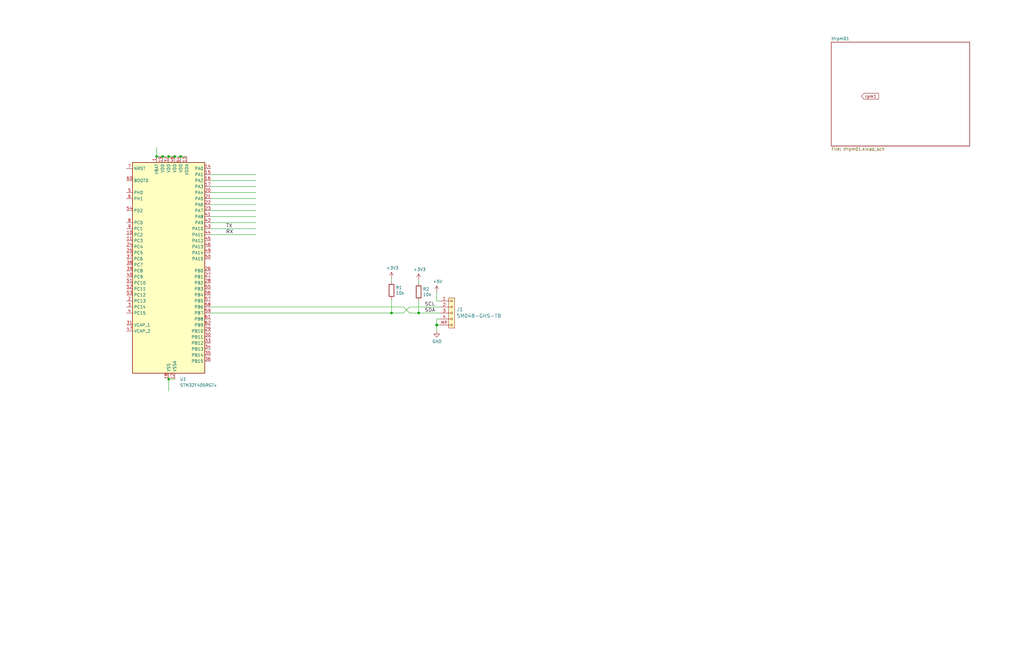
<source format=kicad_sch>
(kicad_sch
	(version 20231120)
	(generator "eeschema")
	(generator_version "8.0")
	(uuid "c8325de8-ac40-40ca-94be-86b187ac964f")
	(paper "User" 431.8 279.4)
	(lib_symbols
		(symbol "Device:R"
			(pin_numbers hide)
			(pin_names
				(offset 0)
			)
			(exclude_from_sim no)
			(in_bom yes)
			(on_board yes)
			(property "Reference" "R"
				(at 2.032 0 90)
				(effects
					(font
						(size 1.27 1.27)
					)
				)
			)
			(property "Value" "R"
				(at 0 0 90)
				(effects
					(font
						(size 1.27 1.27)
					)
				)
			)
			(property "Footprint" ""
				(at -1.778 0 90)
				(effects
					(font
						(size 1.27 1.27)
					)
					(hide yes)
				)
			)
			(property "Datasheet" "~"
				(at 0 0 0)
				(effects
					(font
						(size 1.27 1.27)
					)
					(hide yes)
				)
			)
			(property "Description" "Resistor"
				(at 0 0 0)
				(effects
					(font
						(size 1.27 1.27)
					)
					(hide yes)
				)
			)
			(property "ki_keywords" "R res resistor"
				(at 0 0 0)
				(effects
					(font
						(size 1.27 1.27)
					)
					(hide yes)
				)
			)
			(property "ki_fp_filters" "R_*"
				(at 0 0 0)
				(effects
					(font
						(size 1.27 1.27)
					)
					(hide yes)
				)
			)
			(symbol "R_0_1"
				(rectangle
					(start -1.016 -2.54)
					(end 1.016 2.54)
					(stroke
						(width 0.254)
						(type default)
					)
					(fill
						(type none)
					)
				)
			)
			(symbol "R_1_1"
				(pin passive line
					(at 0 3.81 270)
					(length 1.27)
					(name "~"
						(effects
							(font
								(size 1.27 1.27)
							)
						)
					)
					(number "1"
						(effects
							(font
								(size 1.27 1.27)
							)
						)
					)
				)
				(pin passive line
					(at 0 -3.81 90)
					(length 1.27)
					(name "~"
						(effects
							(font
								(size 1.27 1.27)
							)
						)
					)
					(number "2"
						(effects
							(font
								(size 1.27 1.27)
							)
						)
					)
				)
			)
		)
		(symbol "MCU_ST_STM32F4:STM32F405RGTx"
			(exclude_from_sim no)
			(in_bom yes)
			(on_board yes)
			(property "Reference" "U"
				(at -15.24 46.99 0)
				(effects
					(font
						(size 1.27 1.27)
					)
					(justify left)
				)
			)
			(property "Value" "STM32F405RGTx"
				(at 10.16 46.99 0)
				(effects
					(font
						(size 1.27 1.27)
					)
					(justify left)
				)
			)
			(property "Footprint" "Package_QFP:LQFP-64_10x10mm_P0.5mm"
				(at -15.24 -43.18 0)
				(effects
					(font
						(size 1.27 1.27)
					)
					(justify right)
					(hide yes)
				)
			)
			(property "Datasheet" "https://www.st.com/resource/en/datasheet/stm32f405rg.pdf"
				(at 0 0 0)
				(effects
					(font
						(size 1.27 1.27)
					)
					(hide yes)
				)
			)
			(property "Description" "STMicroelectronics Arm Cortex-M4 MCU, 1024KB flash, 192KB RAM, 168 MHz, 1.8-3.6V, 51 GPIO, LQFP64"
				(at 0 0 0)
				(effects
					(font
						(size 1.27 1.27)
					)
					(hide yes)
				)
			)
			(property "ki_locked" ""
				(at 0 0 0)
				(effects
					(font
						(size 1.27 1.27)
					)
				)
			)
			(property "ki_keywords" "Arm Cortex-M4 STM32F4 STM32F405/415"
				(at 0 0 0)
				(effects
					(font
						(size 1.27 1.27)
					)
					(hide yes)
				)
			)
			(property "ki_fp_filters" "LQFP*10x10mm*P0.5mm*"
				(at 0 0 0)
				(effects
					(font
						(size 1.27 1.27)
					)
					(hide yes)
				)
			)
			(symbol "STM32F405RGTx_0_1"
				(rectangle
					(start -15.24 -43.18)
					(end 15.24 45.72)
					(stroke
						(width 0.254)
						(type default)
					)
					(fill
						(type background)
					)
				)
			)
			(symbol "STM32F405RGTx_1_1"
				(pin power_in line
					(at -5.08 48.26 270)
					(length 2.54)
					(name "VBAT"
						(effects
							(font
								(size 1.27 1.27)
							)
						)
					)
					(number "1"
						(effects
							(font
								(size 1.27 1.27)
							)
						)
					)
				)
				(pin bidirectional line
					(at -17.78 15.24 0)
					(length 2.54)
					(name "PC2"
						(effects
							(font
								(size 1.27 1.27)
							)
						)
					)
					(number "10"
						(effects
							(font
								(size 1.27 1.27)
							)
						)
					)
					(alternate "ADC1_IN12" bidirectional line)
					(alternate "ADC2_IN12" bidirectional line)
					(alternate "ADC3_IN12" bidirectional line)
					(alternate "I2S2_ext_SD" bidirectional line)
					(alternate "SPI2_MISO" bidirectional line)
					(alternate "USB_OTG_HS_ULPI_DIR" bidirectional line)
				)
				(pin bidirectional line
					(at -17.78 12.7 0)
					(length 2.54)
					(name "PC3"
						(effects
							(font
								(size 1.27 1.27)
							)
						)
					)
					(number "11"
						(effects
							(font
								(size 1.27 1.27)
							)
						)
					)
					(alternate "ADC1_IN13" bidirectional line)
					(alternate "ADC2_IN13" bidirectional line)
					(alternate "ADC3_IN13" bidirectional line)
					(alternate "I2S2_SD" bidirectional line)
					(alternate "SPI2_MOSI" bidirectional line)
					(alternate "USB_OTG_HS_ULPI_NXT" bidirectional line)
				)
				(pin power_in line
					(at 2.54 -45.72 90)
					(length 2.54)
					(name "VSSA"
						(effects
							(font
								(size 1.27 1.27)
							)
						)
					)
					(number "12"
						(effects
							(font
								(size 1.27 1.27)
							)
						)
					)
				)
				(pin power_in line
					(at 7.62 48.26 270)
					(length 2.54)
					(name "VDDA"
						(effects
							(font
								(size 1.27 1.27)
							)
						)
					)
					(number "13"
						(effects
							(font
								(size 1.27 1.27)
							)
						)
					)
				)
				(pin bidirectional line
					(at 17.78 43.18 180)
					(length 2.54)
					(name "PA0"
						(effects
							(font
								(size 1.27 1.27)
							)
						)
					)
					(number "14"
						(effects
							(font
								(size 1.27 1.27)
							)
						)
					)
					(alternate "ADC1_IN0" bidirectional line)
					(alternate "ADC2_IN0" bidirectional line)
					(alternate "ADC3_IN0" bidirectional line)
					(alternate "SYS_WKUP" bidirectional line)
					(alternate "TIM2_CH1" bidirectional line)
					(alternate "TIM2_ETR" bidirectional line)
					(alternate "TIM5_CH1" bidirectional line)
					(alternate "TIM8_ETR" bidirectional line)
					(alternate "UART4_TX" bidirectional line)
					(alternate "USART2_CTS" bidirectional line)
				)
				(pin bidirectional line
					(at 17.78 40.64 180)
					(length 2.54)
					(name "PA1"
						(effects
							(font
								(size 1.27 1.27)
							)
						)
					)
					(number "15"
						(effects
							(font
								(size 1.27 1.27)
							)
						)
					)
					(alternate "ADC1_IN1" bidirectional line)
					(alternate "ADC2_IN1" bidirectional line)
					(alternate "ADC3_IN1" bidirectional line)
					(alternate "TIM2_CH2" bidirectional line)
					(alternate "TIM5_CH2" bidirectional line)
					(alternate "UART4_RX" bidirectional line)
					(alternate "USART2_RTS" bidirectional line)
				)
				(pin bidirectional line
					(at 17.78 38.1 180)
					(length 2.54)
					(name "PA2"
						(effects
							(font
								(size 1.27 1.27)
							)
						)
					)
					(number "16"
						(effects
							(font
								(size 1.27 1.27)
							)
						)
					)
					(alternate "ADC1_IN2" bidirectional line)
					(alternate "ADC2_IN2" bidirectional line)
					(alternate "ADC3_IN2" bidirectional line)
					(alternate "TIM2_CH3" bidirectional line)
					(alternate "TIM5_CH3" bidirectional line)
					(alternate "TIM9_CH1" bidirectional line)
					(alternate "USART2_TX" bidirectional line)
				)
				(pin bidirectional line
					(at 17.78 35.56 180)
					(length 2.54)
					(name "PA3"
						(effects
							(font
								(size 1.27 1.27)
							)
						)
					)
					(number "17"
						(effects
							(font
								(size 1.27 1.27)
							)
						)
					)
					(alternate "ADC1_IN3" bidirectional line)
					(alternate "ADC2_IN3" bidirectional line)
					(alternate "ADC3_IN3" bidirectional line)
					(alternate "TIM2_CH4" bidirectional line)
					(alternate "TIM5_CH4" bidirectional line)
					(alternate "TIM9_CH2" bidirectional line)
					(alternate "USART2_RX" bidirectional line)
					(alternate "USB_OTG_HS_ULPI_D0" bidirectional line)
				)
				(pin power_in line
					(at 0 -45.72 90)
					(length 2.54)
					(name "VSS"
						(effects
							(font
								(size 1.27 1.27)
							)
						)
					)
					(number "18"
						(effects
							(font
								(size 1.27 1.27)
							)
						)
					)
				)
				(pin power_in line
					(at -2.54 48.26 270)
					(length 2.54)
					(name "VDD"
						(effects
							(font
								(size 1.27 1.27)
							)
						)
					)
					(number "19"
						(effects
							(font
								(size 1.27 1.27)
							)
						)
					)
				)
				(pin bidirectional line
					(at -17.78 -12.7 0)
					(length 2.54)
					(name "PC13"
						(effects
							(font
								(size 1.27 1.27)
							)
						)
					)
					(number "2"
						(effects
							(font
								(size 1.27 1.27)
							)
						)
					)
					(alternate "RTC_AF1" bidirectional line)
				)
				(pin bidirectional line
					(at 17.78 33.02 180)
					(length 2.54)
					(name "PA4"
						(effects
							(font
								(size 1.27 1.27)
							)
						)
					)
					(number "20"
						(effects
							(font
								(size 1.27 1.27)
							)
						)
					)
					(alternate "ADC1_IN4" bidirectional line)
					(alternate "ADC2_IN4" bidirectional line)
					(alternate "DAC_OUT1" bidirectional line)
					(alternate "I2S3_WS" bidirectional line)
					(alternate "SPI1_NSS" bidirectional line)
					(alternate "SPI3_NSS" bidirectional line)
					(alternate "USART2_CK" bidirectional line)
					(alternate "USB_OTG_HS_SOF" bidirectional line)
				)
				(pin bidirectional line
					(at 17.78 30.48 180)
					(length 2.54)
					(name "PA5"
						(effects
							(font
								(size 1.27 1.27)
							)
						)
					)
					(number "21"
						(effects
							(font
								(size 1.27 1.27)
							)
						)
					)
					(alternate "ADC1_IN5" bidirectional line)
					(alternate "ADC2_IN5" bidirectional line)
					(alternate "DAC_OUT2" bidirectional line)
					(alternate "SPI1_SCK" bidirectional line)
					(alternate "TIM2_CH1" bidirectional line)
					(alternate "TIM2_ETR" bidirectional line)
					(alternate "TIM8_CH1N" bidirectional line)
					(alternate "USB_OTG_HS_ULPI_CK" bidirectional line)
				)
				(pin bidirectional line
					(at 17.78 27.94 180)
					(length 2.54)
					(name "PA6"
						(effects
							(font
								(size 1.27 1.27)
							)
						)
					)
					(number "22"
						(effects
							(font
								(size 1.27 1.27)
							)
						)
					)
					(alternate "ADC1_IN6" bidirectional line)
					(alternate "ADC2_IN6" bidirectional line)
					(alternate "SPI1_MISO" bidirectional line)
					(alternate "TIM13_CH1" bidirectional line)
					(alternate "TIM1_BKIN" bidirectional line)
					(alternate "TIM3_CH1" bidirectional line)
					(alternate "TIM8_BKIN" bidirectional line)
				)
				(pin bidirectional line
					(at 17.78 25.4 180)
					(length 2.54)
					(name "PA7"
						(effects
							(font
								(size 1.27 1.27)
							)
						)
					)
					(number "23"
						(effects
							(font
								(size 1.27 1.27)
							)
						)
					)
					(alternate "ADC1_IN7" bidirectional line)
					(alternate "ADC2_IN7" bidirectional line)
					(alternate "SPI1_MOSI" bidirectional line)
					(alternate "TIM14_CH1" bidirectional line)
					(alternate "TIM1_CH1N" bidirectional line)
					(alternate "TIM3_CH2" bidirectional line)
					(alternate "TIM8_CH1N" bidirectional line)
				)
				(pin bidirectional line
					(at -17.78 10.16 0)
					(length 2.54)
					(name "PC4"
						(effects
							(font
								(size 1.27 1.27)
							)
						)
					)
					(number "24"
						(effects
							(font
								(size 1.27 1.27)
							)
						)
					)
					(alternate "ADC1_IN14" bidirectional line)
					(alternate "ADC2_IN14" bidirectional line)
				)
				(pin bidirectional line
					(at -17.78 7.62 0)
					(length 2.54)
					(name "PC5"
						(effects
							(font
								(size 1.27 1.27)
							)
						)
					)
					(number "25"
						(effects
							(font
								(size 1.27 1.27)
							)
						)
					)
					(alternate "ADC1_IN15" bidirectional line)
					(alternate "ADC2_IN15" bidirectional line)
				)
				(pin bidirectional line
					(at 17.78 0 180)
					(length 2.54)
					(name "PB0"
						(effects
							(font
								(size 1.27 1.27)
							)
						)
					)
					(number "26"
						(effects
							(font
								(size 1.27 1.27)
							)
						)
					)
					(alternate "ADC1_IN8" bidirectional line)
					(alternate "ADC2_IN8" bidirectional line)
					(alternate "TIM1_CH2N" bidirectional line)
					(alternate "TIM3_CH3" bidirectional line)
					(alternate "TIM8_CH2N" bidirectional line)
					(alternate "USB_OTG_HS_ULPI_D1" bidirectional line)
				)
				(pin bidirectional line
					(at 17.78 -2.54 180)
					(length 2.54)
					(name "PB1"
						(effects
							(font
								(size 1.27 1.27)
							)
						)
					)
					(number "27"
						(effects
							(font
								(size 1.27 1.27)
							)
						)
					)
					(alternate "ADC1_IN9" bidirectional line)
					(alternate "ADC2_IN9" bidirectional line)
					(alternate "TIM1_CH3N" bidirectional line)
					(alternate "TIM3_CH4" bidirectional line)
					(alternate "TIM8_CH3N" bidirectional line)
					(alternate "USB_OTG_HS_ULPI_D2" bidirectional line)
				)
				(pin bidirectional line
					(at 17.78 -5.08 180)
					(length 2.54)
					(name "PB2"
						(effects
							(font
								(size 1.27 1.27)
							)
						)
					)
					(number "28"
						(effects
							(font
								(size 1.27 1.27)
							)
						)
					)
				)
				(pin bidirectional line
					(at 17.78 -25.4 180)
					(length 2.54)
					(name "PB10"
						(effects
							(font
								(size 1.27 1.27)
							)
						)
					)
					(number "29"
						(effects
							(font
								(size 1.27 1.27)
							)
						)
					)
					(alternate "I2C2_SCL" bidirectional line)
					(alternate "I2S2_CK" bidirectional line)
					(alternate "SPI2_SCK" bidirectional line)
					(alternate "TIM2_CH3" bidirectional line)
					(alternate "USART3_TX" bidirectional line)
					(alternate "USB_OTG_HS_ULPI_D3" bidirectional line)
				)
				(pin bidirectional line
					(at -17.78 -15.24 0)
					(length 2.54)
					(name "PC14"
						(effects
							(font
								(size 1.27 1.27)
							)
						)
					)
					(number "3"
						(effects
							(font
								(size 1.27 1.27)
							)
						)
					)
					(alternate "RCC_OSC32_IN" bidirectional line)
				)
				(pin bidirectional line
					(at 17.78 -27.94 180)
					(length 2.54)
					(name "PB11"
						(effects
							(font
								(size 1.27 1.27)
							)
						)
					)
					(number "30"
						(effects
							(font
								(size 1.27 1.27)
							)
						)
					)
					(alternate "ADC1_EXTI11" bidirectional line)
					(alternate "ADC2_EXTI11" bidirectional line)
					(alternate "ADC3_EXTI11" bidirectional line)
					(alternate "I2C2_SDA" bidirectional line)
					(alternate "TIM2_CH4" bidirectional line)
					(alternate "USART3_RX" bidirectional line)
					(alternate "USB_OTG_HS_ULPI_D4" bidirectional line)
				)
				(pin power_out line
					(at -17.78 -22.86 0)
					(length 2.54)
					(name "VCAP_1"
						(effects
							(font
								(size 1.27 1.27)
							)
						)
					)
					(number "31"
						(effects
							(font
								(size 1.27 1.27)
							)
						)
					)
				)
				(pin power_in line
					(at 0 48.26 270)
					(length 2.54)
					(name "VDD"
						(effects
							(font
								(size 1.27 1.27)
							)
						)
					)
					(number "32"
						(effects
							(font
								(size 1.27 1.27)
							)
						)
					)
				)
				(pin bidirectional line
					(at 17.78 -30.48 180)
					(length 2.54)
					(name "PB12"
						(effects
							(font
								(size 1.27 1.27)
							)
						)
					)
					(number "33"
						(effects
							(font
								(size 1.27 1.27)
							)
						)
					)
					(alternate "CAN2_RX" bidirectional line)
					(alternate "I2C2_SMBA" bidirectional line)
					(alternate "I2S2_WS" bidirectional line)
					(alternate "SPI2_NSS" bidirectional line)
					(alternate "TIM1_BKIN" bidirectional line)
					(alternate "USART3_CK" bidirectional line)
					(alternate "USB_OTG_HS_ID" bidirectional line)
					(alternate "USB_OTG_HS_ULPI_D5" bidirectional line)
				)
				(pin bidirectional line
					(at 17.78 -33.02 180)
					(length 2.54)
					(name "PB13"
						(effects
							(font
								(size 1.27 1.27)
							)
						)
					)
					(number "34"
						(effects
							(font
								(size 1.27 1.27)
							)
						)
					)
					(alternate "CAN2_TX" bidirectional line)
					(alternate "I2S2_CK" bidirectional line)
					(alternate "SPI2_SCK" bidirectional line)
					(alternate "TIM1_CH1N" bidirectional line)
					(alternate "USART3_CTS" bidirectional line)
					(alternate "USB_OTG_HS_ULPI_D6" bidirectional line)
					(alternate "USB_OTG_HS_VBUS" bidirectional line)
				)
				(pin bidirectional line
					(at 17.78 -35.56 180)
					(length 2.54)
					(name "PB14"
						(effects
							(font
								(size 1.27 1.27)
							)
						)
					)
					(number "35"
						(effects
							(font
								(size 1.27 1.27)
							)
						)
					)
					(alternate "I2S2_ext_SD" bidirectional line)
					(alternate "SPI2_MISO" bidirectional line)
					(alternate "TIM12_CH1" bidirectional line)
					(alternate "TIM1_CH2N" bidirectional line)
					(alternate "TIM8_CH2N" bidirectional line)
					(alternate "USART3_RTS" bidirectional line)
					(alternate "USB_OTG_HS_DM" bidirectional line)
				)
				(pin bidirectional line
					(at 17.78 -38.1 180)
					(length 2.54)
					(name "PB15"
						(effects
							(font
								(size 1.27 1.27)
							)
						)
					)
					(number "36"
						(effects
							(font
								(size 1.27 1.27)
							)
						)
					)
					(alternate "ADC1_EXTI15" bidirectional line)
					(alternate "ADC2_EXTI15" bidirectional line)
					(alternate "ADC3_EXTI15" bidirectional line)
					(alternate "I2S2_SD" bidirectional line)
					(alternate "RTC_REFIN" bidirectional line)
					(alternate "SPI2_MOSI" bidirectional line)
					(alternate "TIM12_CH2" bidirectional line)
					(alternate "TIM1_CH3N" bidirectional line)
					(alternate "TIM8_CH3N" bidirectional line)
					(alternate "USB_OTG_HS_DP" bidirectional line)
				)
				(pin bidirectional line
					(at -17.78 5.08 0)
					(length 2.54)
					(name "PC6"
						(effects
							(font
								(size 1.27 1.27)
							)
						)
					)
					(number "37"
						(effects
							(font
								(size 1.27 1.27)
							)
						)
					)
					(alternate "I2S2_MCK" bidirectional line)
					(alternate "SDIO_D6" bidirectional line)
					(alternate "TIM3_CH1" bidirectional line)
					(alternate "TIM8_CH1" bidirectional line)
					(alternate "USART6_TX" bidirectional line)
				)
				(pin bidirectional line
					(at -17.78 2.54 0)
					(length 2.54)
					(name "PC7"
						(effects
							(font
								(size 1.27 1.27)
							)
						)
					)
					(number "38"
						(effects
							(font
								(size 1.27 1.27)
							)
						)
					)
					(alternate "I2S3_MCK" bidirectional line)
					(alternate "SDIO_D7" bidirectional line)
					(alternate "TIM3_CH2" bidirectional line)
					(alternate "TIM8_CH2" bidirectional line)
					(alternate "USART6_RX" bidirectional line)
				)
				(pin bidirectional line
					(at -17.78 0 0)
					(length 2.54)
					(name "PC8"
						(effects
							(font
								(size 1.27 1.27)
							)
						)
					)
					(number "39"
						(effects
							(font
								(size 1.27 1.27)
							)
						)
					)
					(alternate "SDIO_D0" bidirectional line)
					(alternate "TIM3_CH3" bidirectional line)
					(alternate "TIM8_CH3" bidirectional line)
					(alternate "USART6_CK" bidirectional line)
				)
				(pin bidirectional line
					(at -17.78 -17.78 0)
					(length 2.54)
					(name "PC15"
						(effects
							(font
								(size 1.27 1.27)
							)
						)
					)
					(number "4"
						(effects
							(font
								(size 1.27 1.27)
							)
						)
					)
					(alternate "ADC1_EXTI15" bidirectional line)
					(alternate "ADC2_EXTI15" bidirectional line)
					(alternate "ADC3_EXTI15" bidirectional line)
					(alternate "RCC_OSC32_OUT" bidirectional line)
				)
				(pin bidirectional line
					(at -17.78 -2.54 0)
					(length 2.54)
					(name "PC9"
						(effects
							(font
								(size 1.27 1.27)
							)
						)
					)
					(number "40"
						(effects
							(font
								(size 1.27 1.27)
							)
						)
					)
					(alternate "DAC_EXTI9" bidirectional line)
					(alternate "I2C3_SDA" bidirectional line)
					(alternate "I2S_CKIN" bidirectional line)
					(alternate "RCC_MCO_2" bidirectional line)
					(alternate "SDIO_D1" bidirectional line)
					(alternate "TIM3_CH4" bidirectional line)
					(alternate "TIM8_CH4" bidirectional line)
				)
				(pin bidirectional line
					(at 17.78 22.86 180)
					(length 2.54)
					(name "PA8"
						(effects
							(font
								(size 1.27 1.27)
							)
						)
					)
					(number "41"
						(effects
							(font
								(size 1.27 1.27)
							)
						)
					)
					(alternate "I2C3_SCL" bidirectional line)
					(alternate "RCC_MCO_1" bidirectional line)
					(alternate "TIM1_CH1" bidirectional line)
					(alternate "USART1_CK" bidirectional line)
					(alternate "USB_OTG_FS_SOF" bidirectional line)
				)
				(pin bidirectional line
					(at 17.78 20.32 180)
					(length 2.54)
					(name "PA9"
						(effects
							(font
								(size 1.27 1.27)
							)
						)
					)
					(number "42"
						(effects
							(font
								(size 1.27 1.27)
							)
						)
					)
					(alternate "DAC_EXTI9" bidirectional line)
					(alternate "I2C3_SMBA" bidirectional line)
					(alternate "TIM1_CH2" bidirectional line)
					(alternate "USART1_TX" bidirectional line)
					(alternate "USB_OTG_FS_VBUS" bidirectional line)
				)
				(pin bidirectional line
					(at 17.78 17.78 180)
					(length 2.54)
					(name "PA10"
						(effects
							(font
								(size 1.27 1.27)
							)
						)
					)
					(number "43"
						(effects
							(font
								(size 1.27 1.27)
							)
						)
					)
					(alternate "TIM1_CH3" bidirectional line)
					(alternate "USART1_RX" bidirectional line)
					(alternate "USB_OTG_FS_ID" bidirectional line)
				)
				(pin bidirectional line
					(at 17.78 15.24 180)
					(length 2.54)
					(name "PA11"
						(effects
							(font
								(size 1.27 1.27)
							)
						)
					)
					(number "44"
						(effects
							(font
								(size 1.27 1.27)
							)
						)
					)
					(alternate "ADC1_EXTI11" bidirectional line)
					(alternate "ADC2_EXTI11" bidirectional line)
					(alternate "ADC3_EXTI11" bidirectional line)
					(alternate "CAN1_RX" bidirectional line)
					(alternate "TIM1_CH4" bidirectional line)
					(alternate "USART1_CTS" bidirectional line)
					(alternate "USB_OTG_FS_DM" bidirectional line)
				)
				(pin bidirectional line
					(at 17.78 12.7 180)
					(length 2.54)
					(name "PA12"
						(effects
							(font
								(size 1.27 1.27)
							)
						)
					)
					(number "45"
						(effects
							(font
								(size 1.27 1.27)
							)
						)
					)
					(alternate "CAN1_TX" bidirectional line)
					(alternate "TIM1_ETR" bidirectional line)
					(alternate "USART1_RTS" bidirectional line)
					(alternate "USB_OTG_FS_DP" bidirectional line)
				)
				(pin bidirectional line
					(at 17.78 10.16 180)
					(length 2.54)
					(name "PA13"
						(effects
							(font
								(size 1.27 1.27)
							)
						)
					)
					(number "46"
						(effects
							(font
								(size 1.27 1.27)
							)
						)
					)
					(alternate "SYS_JTMS-SWDIO" bidirectional line)
				)
				(pin power_out line
					(at -17.78 -25.4 0)
					(length 2.54)
					(name "VCAP_2"
						(effects
							(font
								(size 1.27 1.27)
							)
						)
					)
					(number "47"
						(effects
							(font
								(size 1.27 1.27)
							)
						)
					)
				)
				(pin power_in line
					(at 2.54 48.26 270)
					(length 2.54)
					(name "VDD"
						(effects
							(font
								(size 1.27 1.27)
							)
						)
					)
					(number "48"
						(effects
							(font
								(size 1.27 1.27)
							)
						)
					)
				)
				(pin bidirectional line
					(at 17.78 7.62 180)
					(length 2.54)
					(name "PA14"
						(effects
							(font
								(size 1.27 1.27)
							)
						)
					)
					(number "49"
						(effects
							(font
								(size 1.27 1.27)
							)
						)
					)
					(alternate "SYS_JTCK-SWCLK" bidirectional line)
				)
				(pin bidirectional line
					(at -17.78 33.02 0)
					(length 2.54)
					(name "PH0"
						(effects
							(font
								(size 1.27 1.27)
							)
						)
					)
					(number "5"
						(effects
							(font
								(size 1.27 1.27)
							)
						)
					)
					(alternate "RCC_OSC_IN" bidirectional line)
				)
				(pin bidirectional line
					(at 17.78 5.08 180)
					(length 2.54)
					(name "PA15"
						(effects
							(font
								(size 1.27 1.27)
							)
						)
					)
					(number "50"
						(effects
							(font
								(size 1.27 1.27)
							)
						)
					)
					(alternate "ADC1_EXTI15" bidirectional line)
					(alternate "ADC2_EXTI15" bidirectional line)
					(alternate "ADC3_EXTI15" bidirectional line)
					(alternate "I2S3_WS" bidirectional line)
					(alternate "SPI1_NSS" bidirectional line)
					(alternate "SPI3_NSS" bidirectional line)
					(alternate "SYS_JTDI" bidirectional line)
					(alternate "TIM2_CH1" bidirectional line)
					(alternate "TIM2_ETR" bidirectional line)
				)
				(pin bidirectional line
					(at -17.78 -5.08 0)
					(length 2.54)
					(name "PC10"
						(effects
							(font
								(size 1.27 1.27)
							)
						)
					)
					(number "51"
						(effects
							(font
								(size 1.27 1.27)
							)
						)
					)
					(alternate "I2S3_CK" bidirectional line)
					(alternate "SDIO_D2" bidirectional line)
					(alternate "SPI3_SCK" bidirectional line)
					(alternate "UART4_TX" bidirectional line)
					(alternate "USART3_TX" bidirectional line)
				)
				(pin bidirectional line
					(at -17.78 -7.62 0)
					(length 2.54)
					(name "PC11"
						(effects
							(font
								(size 1.27 1.27)
							)
						)
					)
					(number "52"
						(effects
							(font
								(size 1.27 1.27)
							)
						)
					)
					(alternate "ADC1_EXTI11" bidirectional line)
					(alternate "ADC2_EXTI11" bidirectional line)
					(alternate "ADC3_EXTI11" bidirectional line)
					(alternate "I2S3_ext_SD" bidirectional line)
					(alternate "SDIO_D3" bidirectional line)
					(alternate "SPI3_MISO" bidirectional line)
					(alternate "UART4_RX" bidirectional line)
					(alternate "USART3_RX" bidirectional line)
				)
				(pin bidirectional line
					(at -17.78 -10.16 0)
					(length 2.54)
					(name "PC12"
						(effects
							(font
								(size 1.27 1.27)
							)
						)
					)
					(number "53"
						(effects
							(font
								(size 1.27 1.27)
							)
						)
					)
					(alternate "I2S3_SD" bidirectional line)
					(alternate "SDIO_CK" bidirectional line)
					(alternate "SPI3_MOSI" bidirectional line)
					(alternate "UART5_TX" bidirectional line)
					(alternate "USART3_CK" bidirectional line)
				)
				(pin bidirectional line
					(at -17.78 25.4 0)
					(length 2.54)
					(name "PD2"
						(effects
							(font
								(size 1.27 1.27)
							)
						)
					)
					(number "54"
						(effects
							(font
								(size 1.27 1.27)
							)
						)
					)
					(alternate "SDIO_CMD" bidirectional line)
					(alternate "TIM3_ETR" bidirectional line)
					(alternate "UART5_RX" bidirectional line)
				)
				(pin bidirectional line
					(at 17.78 -7.62 180)
					(length 2.54)
					(name "PB3"
						(effects
							(font
								(size 1.27 1.27)
							)
						)
					)
					(number "55"
						(effects
							(font
								(size 1.27 1.27)
							)
						)
					)
					(alternate "I2S3_CK" bidirectional line)
					(alternate "SPI1_SCK" bidirectional line)
					(alternate "SPI3_SCK" bidirectional line)
					(alternate "SYS_JTDO-SWO" bidirectional line)
					(alternate "TIM2_CH2" bidirectional line)
				)
				(pin bidirectional line
					(at 17.78 -10.16 180)
					(length 2.54)
					(name "PB4"
						(effects
							(font
								(size 1.27 1.27)
							)
						)
					)
					(number "56"
						(effects
							(font
								(size 1.27 1.27)
							)
						)
					)
					(alternate "I2S3_ext_SD" bidirectional line)
					(alternate "SPI1_MISO" bidirectional line)
					(alternate "SPI3_MISO" bidirectional line)
					(alternate "SYS_JTRST" bidirectional line)
					(alternate "TIM3_CH1" bidirectional line)
				)
				(pin bidirectional line
					(at 17.78 -12.7 180)
					(length 2.54)
					(name "PB5"
						(effects
							(font
								(size 1.27 1.27)
							)
						)
					)
					(number "57"
						(effects
							(font
								(size 1.27 1.27)
							)
						)
					)
					(alternate "CAN2_RX" bidirectional line)
					(alternate "I2C1_SMBA" bidirectional line)
					(alternate "I2S3_SD" bidirectional line)
					(alternate "SPI1_MOSI" bidirectional line)
					(alternate "SPI3_MOSI" bidirectional line)
					(alternate "TIM3_CH2" bidirectional line)
					(alternate "USB_OTG_HS_ULPI_D7" bidirectional line)
				)
				(pin bidirectional line
					(at 17.78 -15.24 180)
					(length 2.54)
					(name "PB6"
						(effects
							(font
								(size 1.27 1.27)
							)
						)
					)
					(number "58"
						(effects
							(font
								(size 1.27 1.27)
							)
						)
					)
					(alternate "CAN2_TX" bidirectional line)
					(alternate "I2C1_SCL" bidirectional line)
					(alternate "TIM4_CH1" bidirectional line)
					(alternate "USART1_TX" bidirectional line)
				)
				(pin bidirectional line
					(at 17.78 -17.78 180)
					(length 2.54)
					(name "PB7"
						(effects
							(font
								(size 1.27 1.27)
							)
						)
					)
					(number "59"
						(effects
							(font
								(size 1.27 1.27)
							)
						)
					)
					(alternate "I2C1_SDA" bidirectional line)
					(alternate "TIM4_CH2" bidirectional line)
					(alternate "USART1_RX" bidirectional line)
				)
				(pin bidirectional line
					(at -17.78 30.48 0)
					(length 2.54)
					(name "PH1"
						(effects
							(font
								(size 1.27 1.27)
							)
						)
					)
					(number "6"
						(effects
							(font
								(size 1.27 1.27)
							)
						)
					)
					(alternate "RCC_OSC_OUT" bidirectional line)
				)
				(pin input line
					(at -17.78 38.1 0)
					(length 2.54)
					(name "BOOT0"
						(effects
							(font
								(size 1.27 1.27)
							)
						)
					)
					(number "60"
						(effects
							(font
								(size 1.27 1.27)
							)
						)
					)
				)
				(pin bidirectional line
					(at 17.78 -20.32 180)
					(length 2.54)
					(name "PB8"
						(effects
							(font
								(size 1.27 1.27)
							)
						)
					)
					(number "61"
						(effects
							(font
								(size 1.27 1.27)
							)
						)
					)
					(alternate "CAN1_RX" bidirectional line)
					(alternate "I2C1_SCL" bidirectional line)
					(alternate "SDIO_D4" bidirectional line)
					(alternate "TIM10_CH1" bidirectional line)
					(alternate "TIM4_CH3" bidirectional line)
				)
				(pin bidirectional line
					(at 17.78 -22.86 180)
					(length 2.54)
					(name "PB9"
						(effects
							(font
								(size 1.27 1.27)
							)
						)
					)
					(number "62"
						(effects
							(font
								(size 1.27 1.27)
							)
						)
					)
					(alternate "CAN1_TX" bidirectional line)
					(alternate "DAC_EXTI9" bidirectional line)
					(alternate "I2C1_SDA" bidirectional line)
					(alternate "I2S2_WS" bidirectional line)
					(alternate "SDIO_D5" bidirectional line)
					(alternate "SPI2_NSS" bidirectional line)
					(alternate "TIM11_CH1" bidirectional line)
					(alternate "TIM4_CH4" bidirectional line)
				)
				(pin passive line
					(at 0 -45.72 90)
					(length 2.54) hide
					(name "VSS"
						(effects
							(font
								(size 1.27 1.27)
							)
						)
					)
					(number "63"
						(effects
							(font
								(size 1.27 1.27)
							)
						)
					)
				)
				(pin power_in line
					(at 5.08 48.26 270)
					(length 2.54)
					(name "VDD"
						(effects
							(font
								(size 1.27 1.27)
							)
						)
					)
					(number "64"
						(effects
							(font
								(size 1.27 1.27)
							)
						)
					)
				)
				(pin input line
					(at -17.78 43.18 0)
					(length 2.54)
					(name "NRST"
						(effects
							(font
								(size 1.27 1.27)
							)
						)
					)
					(number "7"
						(effects
							(font
								(size 1.27 1.27)
							)
						)
					)
				)
				(pin bidirectional line
					(at -17.78 20.32 0)
					(length 2.54)
					(name "PC0"
						(effects
							(font
								(size 1.27 1.27)
							)
						)
					)
					(number "8"
						(effects
							(font
								(size 1.27 1.27)
							)
						)
					)
					(alternate "ADC1_IN10" bidirectional line)
					(alternate "ADC2_IN10" bidirectional line)
					(alternate "ADC3_IN10" bidirectional line)
					(alternate "USB_OTG_HS_ULPI_STP" bidirectional line)
				)
				(pin bidirectional line
					(at -17.78 17.78 0)
					(length 2.54)
					(name "PC1"
						(effects
							(font
								(size 1.27 1.27)
							)
						)
					)
					(number "9"
						(effects
							(font
								(size 1.27 1.27)
							)
						)
					)
					(alternate "ADC1_IN11" bidirectional line)
					(alternate "ADC2_IN11" bidirectional line)
					(alternate "ADC3_IN11" bidirectional line)
				)
			)
		)
		(symbol "MLAB_CONNECTORS_JST:SM04B-GHS-TB"
			(pin_names
				(offset 1.016)
			)
			(exclude_from_sim no)
			(in_bom yes)
			(on_board yes)
			(property "Reference" "J"
				(at 0 -7.62 0)
				(effects
					(font
						(size 1.524 1.524)
					)
				)
			)
			(property "Value" "SM04B-GHS-TB"
				(at 0 7.62 0)
				(effects
					(font
						(size 1.524 1.524)
					)
				)
			)
			(property "Footprint" "Connector_JST:JST_GH_SM04B-GHS-TB_1x04-1MP_P1.25mm_Horizontal"
				(at 0 5.08 0)
				(effects
					(font
						(size 1.524 1.524)
					)
					(hide yes)
				)
			)
			(property "Datasheet" ""
				(at 0 5.08 0)
				(effects
					(font
						(size 1.524 1.524)
					)
				)
			)
			(property "Description" ""
				(at 0 0 0)
				(effects
					(font
						(size 1.27 1.27)
					)
					(hide yes)
				)
			)
			(symbol "SM04B-GHS-TB_0_1"
				(rectangle
					(start -1.27 6.35)
					(end 1.27 -6.35)
					(stroke
						(width 0)
						(type default)
					)
					(fill
						(type background)
					)
				)
				(circle
					(center 0 -5.08)
					(radius 0.381)
					(stroke
						(width 0)
						(type default)
					)
					(fill
						(type none)
					)
				)
				(circle
					(center 0 -2.54)
					(radius 0.381)
					(stroke
						(width 0)
						(type default)
					)
					(fill
						(type none)
					)
				)
				(polyline
					(pts
						(xy -1.27 -5.08) (xy -0.381 -5.08)
					)
					(stroke
						(width 0)
						(type default)
					)
					(fill
						(type none)
					)
				)
				(polyline
					(pts
						(xy -1.27 -2.54) (xy -0.381 -2.54)
					)
					(stroke
						(width 0)
						(type default)
					)
					(fill
						(type none)
					)
				)
				(polyline
					(pts
						(xy -1.27 0) (xy -0.381 0)
					)
					(stroke
						(width 0)
						(type default)
					)
					(fill
						(type none)
					)
				)
				(polyline
					(pts
						(xy -1.27 2.54) (xy -0.381 2.54)
					)
					(stroke
						(width 0)
						(type default)
					)
					(fill
						(type none)
					)
				)
				(polyline
					(pts
						(xy -1.27 5.08) (xy -0.381 5.08)
					)
					(stroke
						(width 0)
						(type default)
					)
					(fill
						(type none)
					)
				)
				(circle
					(center 0 0)
					(radius 0.381)
					(stroke
						(width 0)
						(type default)
					)
					(fill
						(type none)
					)
				)
				(circle
					(center 0 2.54)
					(radius 0.381)
					(stroke
						(width 0)
						(type default)
					)
					(fill
						(type none)
					)
				)
				(circle
					(center 0 5.08)
					(radius 0.381)
					(stroke
						(width 0)
						(type default)
					)
					(fill
						(type none)
					)
				)
			)
			(symbol "SM04B-GHS-TB_1_1"
				(pin input line
					(at -5.08 5.08 0)
					(length 3.81)
					(name "~"
						(effects
							(font
								(size 1.27 1.27)
							)
						)
					)
					(number "1"
						(effects
							(font
								(size 1.27 1.27)
							)
						)
					)
				)
				(pin input line
					(at -5.08 2.54 0)
					(length 3.81)
					(name "~"
						(effects
							(font
								(size 1.27 1.27)
							)
						)
					)
					(number "2"
						(effects
							(font
								(size 1.27 1.27)
							)
						)
					)
				)
				(pin input line
					(at -5.08 0 0)
					(length 3.81)
					(name "~"
						(effects
							(font
								(size 1.27 1.27)
							)
						)
					)
					(number "3"
						(effects
							(font
								(size 1.27 1.27)
							)
						)
					)
				)
				(pin input line
					(at -5.08 -2.54 0)
					(length 3.81)
					(name "~"
						(effects
							(font
								(size 1.27 1.27)
							)
						)
					)
					(number "4"
						(effects
							(font
								(size 1.27 1.27)
							)
						)
					)
				)
				(pin input line
					(at -5.08 -5.08 0)
					(length 3.81)
					(name "~"
						(effects
							(font
								(size 1.27 1.27)
							)
						)
					)
					(number "MP"
						(effects
							(font
								(size 1.27 1.27)
							)
						)
					)
				)
			)
		)
		(symbol "power:+3V3"
			(power)
			(pin_numbers hide)
			(pin_names
				(offset 0) hide)
			(exclude_from_sim no)
			(in_bom yes)
			(on_board yes)
			(property "Reference" "#PWR"
				(at 0 -3.81 0)
				(effects
					(font
						(size 1.27 1.27)
					)
					(hide yes)
				)
			)
			(property "Value" "+3V3"
				(at 0 3.556 0)
				(effects
					(font
						(size 1.27 1.27)
					)
				)
			)
			(property "Footprint" ""
				(at 0 0 0)
				(effects
					(font
						(size 1.27 1.27)
					)
					(hide yes)
				)
			)
			(property "Datasheet" ""
				(at 0 0 0)
				(effects
					(font
						(size 1.27 1.27)
					)
					(hide yes)
				)
			)
			(property "Description" "Power symbol creates a global label with name \"+3V3\""
				(at 0 0 0)
				(effects
					(font
						(size 1.27 1.27)
					)
					(hide yes)
				)
			)
			(property "ki_keywords" "global power"
				(at 0 0 0)
				(effects
					(font
						(size 1.27 1.27)
					)
					(hide yes)
				)
			)
			(symbol "+3V3_0_1"
				(polyline
					(pts
						(xy -0.762 1.27) (xy 0 2.54)
					)
					(stroke
						(width 0)
						(type default)
					)
					(fill
						(type none)
					)
				)
				(polyline
					(pts
						(xy 0 0) (xy 0 2.54)
					)
					(stroke
						(width 0)
						(type default)
					)
					(fill
						(type none)
					)
				)
				(polyline
					(pts
						(xy 0 2.54) (xy 0.762 1.27)
					)
					(stroke
						(width 0)
						(type default)
					)
					(fill
						(type none)
					)
				)
			)
			(symbol "+3V3_1_1"
				(pin power_in line
					(at 0 0 90)
					(length 0)
					(name "~"
						(effects
							(font
								(size 1.27 1.27)
							)
						)
					)
					(number "1"
						(effects
							(font
								(size 1.27 1.27)
							)
						)
					)
				)
			)
		)
		(symbol "power:+5V"
			(power)
			(pin_numbers hide)
			(pin_names
				(offset 0) hide)
			(exclude_from_sim no)
			(in_bom yes)
			(on_board yes)
			(property "Reference" "#PWR"
				(at 0 -3.81 0)
				(effects
					(font
						(size 1.27 1.27)
					)
					(hide yes)
				)
			)
			(property "Value" "+5V"
				(at 0 3.556 0)
				(effects
					(font
						(size 1.27 1.27)
					)
				)
			)
			(property "Footprint" ""
				(at 0 0 0)
				(effects
					(font
						(size 1.27 1.27)
					)
					(hide yes)
				)
			)
			(property "Datasheet" ""
				(at 0 0 0)
				(effects
					(font
						(size 1.27 1.27)
					)
					(hide yes)
				)
			)
			(property "Description" "Power symbol creates a global label with name \"+5V\""
				(at 0 0 0)
				(effects
					(font
						(size 1.27 1.27)
					)
					(hide yes)
				)
			)
			(property "ki_keywords" "global power"
				(at 0 0 0)
				(effects
					(font
						(size 1.27 1.27)
					)
					(hide yes)
				)
			)
			(symbol "+5V_0_1"
				(polyline
					(pts
						(xy -0.762 1.27) (xy 0 2.54)
					)
					(stroke
						(width 0)
						(type default)
					)
					(fill
						(type none)
					)
				)
				(polyline
					(pts
						(xy 0 0) (xy 0 2.54)
					)
					(stroke
						(width 0)
						(type default)
					)
					(fill
						(type none)
					)
				)
				(polyline
					(pts
						(xy 0 2.54) (xy 0.762 1.27)
					)
					(stroke
						(width 0)
						(type default)
					)
					(fill
						(type none)
					)
				)
			)
			(symbol "+5V_1_1"
				(pin power_in line
					(at 0 0 90)
					(length 0)
					(name "~"
						(effects
							(font
								(size 1.27 1.27)
							)
						)
					)
					(number "1"
						(effects
							(font
								(size 1.27 1.27)
							)
						)
					)
				)
			)
		)
		(symbol "power:GND"
			(power)
			(pin_numbers hide)
			(pin_names
				(offset 0) hide)
			(exclude_from_sim no)
			(in_bom yes)
			(on_board yes)
			(property "Reference" "#PWR"
				(at 0 -6.35 0)
				(effects
					(font
						(size 1.27 1.27)
					)
					(hide yes)
				)
			)
			(property "Value" "GND"
				(at 0 -3.81 0)
				(effects
					(font
						(size 1.27 1.27)
					)
				)
			)
			(property "Footprint" ""
				(at 0 0 0)
				(effects
					(font
						(size 1.27 1.27)
					)
					(hide yes)
				)
			)
			(property "Datasheet" ""
				(at 0 0 0)
				(effects
					(font
						(size 1.27 1.27)
					)
					(hide yes)
				)
			)
			(property "Description" "Power symbol creates a global label with name \"GND\" , ground"
				(at 0 0 0)
				(effects
					(font
						(size 1.27 1.27)
					)
					(hide yes)
				)
			)
			(property "ki_keywords" "global power"
				(at 0 0 0)
				(effects
					(font
						(size 1.27 1.27)
					)
					(hide yes)
				)
			)
			(symbol "GND_0_1"
				(polyline
					(pts
						(xy 0 0) (xy 0 -1.27) (xy 1.27 -1.27) (xy 0 -2.54) (xy -1.27 -1.27) (xy 0 -1.27)
					)
					(stroke
						(width 0)
						(type default)
					)
					(fill
						(type none)
					)
				)
			)
			(symbol "GND_1_1"
				(pin power_in line
					(at 0 0 270)
					(length 0)
					(name "~"
						(effects
							(font
								(size 1.27 1.27)
							)
						)
					)
					(number "1"
						(effects
							(font
								(size 1.27 1.27)
							)
						)
					)
				)
			)
		)
	)
	(junction
		(at 184.15 137.16)
		(diameter 1.016)
		(color 0 0 0 0)
		(uuid "5a482a0c-fd57-41d4-9ebf-43fad054d311")
	)
	(junction
		(at 71.12 160.02)
		(diameter 0)
		(color 0 0 0 0)
		(uuid "5a98d31e-8b03-4d98-9381-e2746d11da0c")
	)
	(junction
		(at 176.53 132.08)
		(diameter 0)
		(color 0 0 0 0)
		(uuid "67df8401-305d-4b85-980d-ef36de65c790")
	)
	(junction
		(at 73.66 66.04)
		(diameter 0)
		(color 0 0 0 0)
		(uuid "7fd8dcfa-2b53-466e-8e8a-ab9c793ca332")
	)
	(junction
		(at 165.1 132.08)
		(diameter 0)
		(color 0 0 0 0)
		(uuid "a2512f53-75b4-48c9-a65f-c146eedb29ef")
	)
	(junction
		(at 68.58 66.04)
		(diameter 0)
		(color 0 0 0 0)
		(uuid "a46feb00-ea25-4224-b76b-bd76b5e8889c")
	)
	(junction
		(at 66.04 66.04)
		(diameter 0)
		(color 0 0 0 0)
		(uuid "b5016a16-6c96-4d3f-89d7-479bad7539d3")
	)
	(junction
		(at 76.2 66.04)
		(diameter 0)
		(color 0 0 0 0)
		(uuid "d22efdd6-3d35-44b5-bed2-a06b7efb8e2a")
	)
	(junction
		(at 71.12 66.04)
		(diameter 0)
		(color 0 0 0 0)
		(uuid "f01fd36c-2672-46cf-85e7-4567569d4140")
	)
	(wire
		(pts
			(xy 170.18 129.54) (xy 172.72 132.08)
		)
		(stroke
			(width 0)
			(type default)
		)
		(uuid "0ed0499e-4d22-46cd-9bde-e805df2f1dab")
	)
	(wire
		(pts
			(xy 88.9 73.66) (xy 107.95 73.66)
		)
		(stroke
			(width 0)
			(type default)
		)
		(uuid "23f0836c-bafd-4ef9-b7dc-8a420d9588c3")
	)
	(wire
		(pts
			(xy 88.9 86.36) (xy 107.95 86.36)
		)
		(stroke
			(width 0)
			(type default)
		)
		(uuid "278bf08a-26fa-4ef8-89ec-deedeababd94")
	)
	(wire
		(pts
			(xy 176.53 127) (xy 176.53 132.08)
		)
		(stroke
			(width 0)
			(type solid)
		)
		(uuid "34aa6868-b31b-4a50-ad0b-41fabbeb7a22")
	)
	(wire
		(pts
			(xy 71.12 160.02) (xy 73.66 160.02)
		)
		(stroke
			(width 0)
			(type default)
		)
		(uuid "3e41fb55-bef0-4355-b41e-172b57b1ee34")
	)
	(wire
		(pts
			(xy 88.9 78.74) (xy 107.95 78.74)
		)
		(stroke
			(width 0)
			(type default)
		)
		(uuid "42eafddc-eedd-40bb-a362-024326430a19")
	)
	(wire
		(pts
			(xy 165.1 126.365) (xy 165.1 132.08)
		)
		(stroke
			(width 0)
			(type solid)
		)
		(uuid "44811b35-73f3-454a-abb5-ce4550d304cb")
	)
	(wire
		(pts
			(xy 185.42 134.62) (xy 184.15 134.62)
		)
		(stroke
			(width 0)
			(type solid)
		)
		(uuid "4ba023ab-b54e-45fe-8d25-6ccd47a7974f")
	)
	(wire
		(pts
			(xy 172.72 129.54) (xy 185.42 129.54)
		)
		(stroke
			(width 0)
			(type solid)
		)
		(uuid "5086d466-cde3-411c-933e-5a67a2d2d91f")
	)
	(wire
		(pts
			(xy 88.9 96.52) (xy 107.95 96.52)
		)
		(stroke
			(width 0)
			(type default)
		)
		(uuid "53a8a460-cd2c-49ec-8de3-058c98a0c0b0")
	)
	(wire
		(pts
			(xy 88.9 93.98) (xy 107.95 93.98)
		)
		(stroke
			(width 0)
			(type default)
		)
		(uuid "68d717c8-1f30-4f90-a8b1-046ce4dd08f5")
	)
	(wire
		(pts
			(xy 88.9 91.44) (xy 107.95 91.44)
		)
		(stroke
			(width 0)
			(type default)
		)
		(uuid "6b356e09-09b7-4a39-9402-3f0c62248d03")
	)
	(wire
		(pts
			(xy 71.12 160.02) (xy 71.12 165.1)
		)
		(stroke
			(width 0)
			(type default)
		)
		(uuid "6de95f0a-c0cc-48af-a07f-12b0d8e6f6ba")
	)
	(wire
		(pts
			(xy 66.04 66.04) (xy 68.58 66.04)
		)
		(stroke
			(width 0)
			(type default)
		)
		(uuid "73ca9b60-e432-459b-aaa5-bc21728c0752")
	)
	(wire
		(pts
			(xy 88.9 83.82) (xy 107.95 83.82)
		)
		(stroke
			(width 0)
			(type default)
		)
		(uuid "743406de-e388-4c8a-a7eb-47fb0195b5a0")
	)
	(wire
		(pts
			(xy 176.53 118.11) (xy 176.53 119.38)
		)
		(stroke
			(width 0)
			(type solid)
		)
		(uuid "7543ef97-7377-493f-8917-a0ba3c6e0b20")
	)
	(wire
		(pts
			(xy 88.9 99.06) (xy 107.95 99.06)
		)
		(stroke
			(width 0)
			(type default)
		)
		(uuid "791659d4-bea0-4ab9-909c-b639c9e7e8b8")
	)
	(wire
		(pts
			(xy 184.15 127) (xy 185.42 127)
		)
		(stroke
			(width 0)
			(type solid)
		)
		(uuid "7b178561-dd71-4d55-9927-3d2125b85631")
	)
	(wire
		(pts
			(xy 68.58 66.04) (xy 71.12 66.04)
		)
		(stroke
			(width 0)
			(type default)
		)
		(uuid "7c7dc7df-6b9b-4bfe-b3ea-1cf8bd2b0b46")
	)
	(wire
		(pts
			(xy 88.9 76.2) (xy 107.95 76.2)
		)
		(stroke
			(width 0)
			(type default)
		)
		(uuid "843204b7-140b-4bf3-9196-f30715cc07b0")
	)
	(wire
		(pts
			(xy 88.9 129.54) (xy 170.18 129.54)
		)
		(stroke
			(width 0)
			(type default)
		)
		(uuid "8b94d37c-08d4-4f24-85af-24af5607835d")
	)
	(wire
		(pts
			(xy 73.66 66.04) (xy 76.2 66.04)
		)
		(stroke
			(width 0)
			(type default)
		)
		(uuid "92447e96-ba25-429a-8e86-3b9bcab87aee")
	)
	(wire
		(pts
			(xy 184.15 123.19) (xy 184.15 127)
		)
		(stroke
			(width 0)
			(type solid)
		)
		(uuid "97781e6d-cbbf-4493-bc9f-bc9355197f8e")
	)
	(wire
		(pts
			(xy 184.15 134.62) (xy 184.15 137.16)
		)
		(stroke
			(width 0)
			(type solid)
		)
		(uuid "985c2da9-f115-400b-b07a-c6811c56ff00")
	)
	(wire
		(pts
			(xy 76.2 66.04) (xy 78.74 66.04)
		)
		(stroke
			(width 0)
			(type default)
		)
		(uuid "9c9049e0-c698-4df2-b9dc-a7f8f67de043")
	)
	(wire
		(pts
			(xy 88.9 81.28) (xy 107.95 81.28)
		)
		(stroke
			(width 0)
			(type default)
		)
		(uuid "9cef20e3-3cc8-4fbb-914c-1b5cfe734b12")
	)
	(wire
		(pts
			(xy 88.9 88.9) (xy 107.95 88.9)
		)
		(stroke
			(width 0)
			(type default)
		)
		(uuid "a08dd54a-92ba-4a43-b8da-debd15fc7715")
	)
	(wire
		(pts
			(xy 172.72 132.08) (xy 176.53 132.08)
		)
		(stroke
			(width 0)
			(type default)
		)
		(uuid "a5f3d6dc-4c01-4bd0-91d2-e892a37c6d0d")
	)
	(wire
		(pts
			(xy 66.04 62.23) (xy 66.04 66.04)
		)
		(stroke
			(width 0)
			(type default)
		)
		(uuid "aec2cb5c-f361-480c-b329-85b26b38fec0")
	)
	(wire
		(pts
			(xy 176.53 132.08) (xy 185.42 132.08)
		)
		(stroke
			(width 0)
			(type solid)
		)
		(uuid "b6f2f839-db9a-44ab-94a5-4438706c2dae")
	)
	(wire
		(pts
			(xy 165.1 117.475) (xy 165.1 118.745)
		)
		(stroke
			(width 0)
			(type solid)
		)
		(uuid "bbd53f81-e0f2-4061-bd97-c11ad1a2e829")
	)
	(wire
		(pts
			(xy 185.42 137.16) (xy 184.15 137.16)
		)
		(stroke
			(width 0)
			(type solid)
		)
		(uuid "bf5f98f0-ec18-4d85-a545-f3a0014e3c7a")
	)
	(wire
		(pts
			(xy 71.12 66.04) (xy 73.66 66.04)
		)
		(stroke
			(width 0)
			(type default)
		)
		(uuid "c1eff61e-44cb-42bb-80b9-cd3d70c3793b")
	)
	(wire
		(pts
			(xy 184.15 137.16) (xy 184.15 139.7)
		)
		(stroke
			(width 0)
			(type solid)
		)
		(uuid "c2cf6377-41a3-4845-991a-30be1dda0f6d")
	)
	(wire
		(pts
			(xy 172.72 129.54) (xy 170.18 132.08)
		)
		(stroke
			(width 0)
			(type solid)
		)
		(uuid "c6279369-9cf7-4ac6-b41a-fe90ada2aaf0")
	)
	(wire
		(pts
			(xy 165.1 132.08) (xy 170.18 132.08)
		)
		(stroke
			(width 0)
			(type solid)
		)
		(uuid "e141531b-585c-412a-876d-71e67b678dc9")
	)
	(wire
		(pts
			(xy 88.9 132.08) (xy 165.1 132.08)
		)
		(stroke
			(width 0)
			(type solid)
		)
		(uuid "f2e1dd2f-29b1-4e1d-9e7b-f4a9276ff622")
	)
	(label "SCL"
		(at 179.07 129.54 0)
		(fields_autoplaced yes)
		(effects
			(font
				(size 1.524 1.524)
			)
			(justify left bottom)
		)
		(uuid "195dadb7-f3f6-4d5f-8812-2b5d02dd53fe")
	)
	(label "RX"
		(at 95.25 99.06 0)
		(fields_autoplaced yes)
		(effects
			(font
				(size 1.524 1.524)
			)
			(justify left bottom)
		)
		(uuid "2dbba689-8b5a-4d94-bd2d-72c5b4c083ab")
	)
	(label "SDA"
		(at 179.07 132.08 0)
		(fields_autoplaced yes)
		(effects
			(font
				(size 1.524 1.524)
			)
			(justify left bottom)
		)
		(uuid "6b8c5e03-c8e6-4385-a928-10c9a27d3bf6")
	)
	(label "TX"
		(at 95.25 96.52 0)
		(fields_autoplaced yes)
		(effects
			(font
				(size 1.524 1.524)
			)
			(justify left bottom)
		)
		(uuid "9ad6dbdd-8d20-4ca3-bddd-243e9d78e17c")
	)
	(global_label "rpm1"
		(shape input)
		(at 363.22 40.64 0)
		(fields_autoplaced yes)
		(effects
			(font
				(size 1.27 1.27)
			)
			(justify left)
		)
		(uuid "ecb4a12a-33aa-46ea-b5b7-14666e115ae6")
		(property "Intersheetrefs" "${INTERSHEET_REFS}"
			(at 371.0432 40.64 0)
			(effects
				(font
					(size 1.27 1.27)
				)
				(justify left)
				(hide yes)
			)
		)
	)
	(symbol
		(lib_id "power:GND")
		(at 184.15 139.7 0)
		(unit 1)
		(exclude_from_sim no)
		(in_bom yes)
		(on_board yes)
		(dnp no)
		(uuid "0349a7ee-a9f5-44cc-aa14-f632092163f6")
		(property "Reference" "#PWR05"
			(at 184.15 146.05 0)
			(effects
				(font
					(size 1.27 1.27)
				)
				(hide yes)
			)
		)
		(property "Value" "GND"
			(at 184.277 144.0942 0)
			(effects
				(font
					(size 1.27 1.27)
				)
			)
		)
		(property "Footprint" ""
			(at 184.15 139.7 0)
			(effects
				(font
					(size 1.27 1.27)
				)
				(hide yes)
			)
		)
		(property "Datasheet" ""
			(at 184.15 139.7 0)
			(effects
				(font
					(size 1.27 1.27)
				)
				(hide yes)
			)
		)
		(property "Description" "Power symbol creates a global label with name \"GND\" , ground"
			(at 184.15 139.7 0)
			(effects
				(font
					(size 1.27 1.27)
				)
				(hide yes)
			)
		)
		(pin "1"
			(uuid "6eb98b4a-0706-4369-b903-9847b78734eb")
		)
		(instances
			(project "ad_board"
				(path "/c8325de8-ac40-40ca-94be-86b187ac964f"
					(reference "#PWR05")
					(unit 1)
				)
			)
		)
	)
	(symbol
		(lib_id "power:+3V3")
		(at 176.53 118.11 0)
		(unit 1)
		(exclude_from_sim no)
		(in_bom yes)
		(on_board yes)
		(dnp no)
		(uuid "229e3c07-3d81-44c4-b854-03f4040c40b0")
		(property "Reference" "#PWR03"
			(at 176.53 121.92 0)
			(effects
				(font
					(size 1.27 1.27)
				)
				(hide yes)
			)
		)
		(property "Value" "+3V3"
			(at 176.911 113.7158 0)
			(effects
				(font
					(size 1.27 1.27)
				)
			)
		)
		(property "Footprint" ""
			(at 176.53 118.11 0)
			(effects
				(font
					(size 1.27 1.27)
				)
				(hide yes)
			)
		)
		(property "Datasheet" ""
			(at 176.53 118.11 0)
			(effects
				(font
					(size 1.27 1.27)
				)
				(hide yes)
			)
		)
		(property "Description" "Power symbol creates a global label with name \"+3V3\""
			(at 176.53 118.11 0)
			(effects
				(font
					(size 1.27 1.27)
				)
				(hide yes)
			)
		)
		(pin "1"
			(uuid "e458437b-9fa8-4c82-9a2f-4f5dec825c32")
		)
		(instances
			(project "ad_board"
				(path "/c8325de8-ac40-40ca-94be-86b187ac964f"
					(reference "#PWR03")
					(unit 1)
				)
			)
		)
	)
	(symbol
		(lib_id "power:+3V3")
		(at 165.1 117.475 0)
		(unit 1)
		(exclude_from_sim no)
		(in_bom yes)
		(on_board yes)
		(dnp no)
		(uuid "7738c27e-3a5b-4421-9f70-1d5c8e26bf09")
		(property "Reference" "#PWR01"
			(at 165.1 121.285 0)
			(effects
				(font
					(size 1.27 1.27)
				)
				(hide yes)
			)
		)
		(property "Value" "+3V3"
			(at 165.481 113.0808 0)
			(effects
				(font
					(size 1.27 1.27)
				)
			)
		)
		(property "Footprint" ""
			(at 165.1 117.475 0)
			(effects
				(font
					(size 1.27 1.27)
				)
				(hide yes)
			)
		)
		(property "Datasheet" ""
			(at 165.1 117.475 0)
			(effects
				(font
					(size 1.27 1.27)
				)
				(hide yes)
			)
		)
		(property "Description" "Power symbol creates a global label with name \"+3V3\""
			(at 165.1 117.475 0)
			(effects
				(font
					(size 1.27 1.27)
				)
				(hide yes)
			)
		)
		(pin "1"
			(uuid "cadd23a7-9d1d-4133-8a84-20761d0ecdbf")
		)
		(instances
			(project "ad_board"
				(path "/c8325de8-ac40-40ca-94be-86b187ac964f"
					(reference "#PWR01")
					(unit 1)
				)
			)
		)
	)
	(symbol
		(lib_id "MLAB_CONNECTORS_JST:SM04B-GHS-TB")
		(at 190.5 132.08 0)
		(unit 1)
		(exclude_from_sim no)
		(in_bom yes)
		(on_board yes)
		(dnp no)
		(uuid "8fbca40e-7b97-4686-b37a-31ddc5fdd697")
		(property "Reference" "J1"
			(at 192.4812 130.5814 0)
			(effects
				(font
					(size 1.524 1.524)
				)
				(justify left)
			)
		)
		(property "Value" "SM04B-GHS-TB"
			(at 192.4812 133.2992 0)
			(effects
				(font
					(size 1.524 1.524)
				)
				(justify left)
			)
		)
		(property "Footprint" "Connector_JST:JST_GH_SM04B-GHS-TB_1x04-1MP_P1.25mm_Horizontal"
			(at 190.5 127 0)
			(effects
				(font
					(size 1.524 1.524)
				)
				(hide yes)
			)
		)
		(property "Datasheet" ""
			(at 190.5 127 0)
			(effects
				(font
					(size 1.524 1.524)
				)
			)
		)
		(property "Description" ""
			(at 190.5 132.08 0)
			(effects
				(font
					(size 1.27 1.27)
				)
				(hide yes)
			)
		)
		(property "UST_id" ""
			(at 190.5 132.08 0)
			(effects
				(font
					(size 1.27 1.27)
				)
				(hide yes)
			)
		)
		(property "UST_ID" "5c86273d1287500b4e0280be"
			(at 190.5 132.08 0)
			(effects
				(font
					(size 1.27 1.27)
				)
				(hide yes)
			)
		)
		(pin "1"
			(uuid "5a39afd0-b887-46c6-a20a-b6f59b29f727")
		)
		(pin "2"
			(uuid "92017092-a70c-477e-9e7c-0284cafb53c8")
		)
		(pin "3"
			(uuid "ef677eaa-a1ea-4590-a96c-146748dacc94")
		)
		(pin "4"
			(uuid "74b46158-e351-427a-8931-fa0c57c6d619")
		)
		(pin "MP"
			(uuid "2d15c506-6911-40f9-86e3-9518d3b45b2d")
		)
		(instances
			(project "ad_board"
				(path "/c8325de8-ac40-40ca-94be-86b187ac964f"
					(reference "J1")
					(unit 1)
				)
			)
		)
	)
	(symbol
		(lib_id "MCU_ST_STM32F4:STM32F405RGTx")
		(at 71.12 114.3 0)
		(unit 1)
		(exclude_from_sim no)
		(in_bom yes)
		(on_board yes)
		(dnp no)
		(fields_autoplaced yes)
		(uuid "c958a7b7-6538-4be4-a489-44a8698174ab")
		(property "Reference" "U1"
			(at 75.8541 160.02 0)
			(effects
				(font
					(size 1.27 1.27)
				)
				(justify left)
			)
		)
		(property "Value" "STM32F405RGTx"
			(at 75.8541 162.56 0)
			(effects
				(font
					(size 1.27 1.27)
				)
				(justify left)
			)
		)
		(property "Footprint" "Package_QFP:LQFP-64_10x10mm_P0.5mm"
			(at 55.88 157.48 0)
			(effects
				(font
					(size 1.27 1.27)
				)
				(justify right)
				(hide yes)
			)
		)
		(property "Datasheet" "https://www.st.com/resource/en/datasheet/stm32f405rg.pdf"
			(at 71.12 114.3 0)
			(effects
				(font
					(size 1.27 1.27)
				)
				(hide yes)
			)
		)
		(property "Description" "STMicroelectronics Arm Cortex-M4 MCU, 1024KB flash, 192KB RAM, 168 MHz, 1.8-3.6V, 51 GPIO, LQFP64"
			(at 71.12 114.3 0)
			(effects
				(font
					(size 1.27 1.27)
				)
				(hide yes)
			)
		)
		(pin "32"
			(uuid "25f74342-3ae5-45fe-af6f-d8888fde3a0f")
		)
		(pin "50"
			(uuid "5b66f80d-566d-4469-94cf-7c2fab56ae33")
		)
		(pin "40"
			(uuid "79a4d11e-719d-44b0-8067-f4161d435f5f")
		)
		(pin "42"
			(uuid "f7abbbc2-1937-4ee1-a2ad-0d4e2e831d3e")
		)
		(pin "45"
			(uuid "d72ddef3-2e99-4753-89f6-9929da4ba688")
		)
		(pin "51"
			(uuid "350889ea-48a3-4487-942c-65c031e2ab07")
		)
		(pin "26"
			(uuid "58cba337-d129-4b1c-94ce-9f2e39bc8482")
		)
		(pin "23"
			(uuid "0d2206a1-5472-4e8c-99c0-6b7d2bab6419")
		)
		(pin "57"
			(uuid "cff647c0-7d2d-42ca-a60e-6cbde0bd01e0")
		)
		(pin "49"
			(uuid "afe173e1-d6b9-4ba2-ac95-26efe8685d72")
		)
		(pin "27"
			(uuid "e58d96cd-534f-4087-9290-59525f496fb8")
		)
		(pin "36"
			(uuid "b1c13eff-f28b-4eea-8be4-b39a16c9fd49")
		)
		(pin "54"
			(uuid "849aeda4-4bfd-4463-90ce-a8f831257195")
		)
		(pin "56"
			(uuid "9b094ebd-84a6-4e4e-8176-ad1b4fbf914c")
		)
		(pin "14"
			(uuid "a6d0b23f-34f9-43dc-8014-91e2f5be5b89")
		)
		(pin "5"
			(uuid "ce92ca38-5765-4a6e-8b65-0daa199d035e")
		)
		(pin "38"
			(uuid "68f56dab-b823-4720-ba5b-4967dd2a45af")
		)
		(pin "62"
			(uuid "d013ab98-531d-466e-8896-7f356f0a61fd")
		)
		(pin "47"
			(uuid "39e5076f-cbb1-4a10-979f-2726924e528c")
		)
		(pin "16"
			(uuid "cfd40151-67e6-4305-902e-acb1b572c4f4")
		)
		(pin "33"
			(uuid "411c7bd8-623e-40c4-8aad-731cb1648d8a")
		)
		(pin "20"
			(uuid "ddf480c6-dbd0-4dec-a3a2-0af902cd26ac")
		)
		(pin "19"
			(uuid "98f4d011-e7d3-494b-8afc-6d1c060d19ee")
		)
		(pin "64"
			(uuid "7f099140-bfc5-42da-888a-0d401f1dfa3b")
		)
		(pin "46"
			(uuid "44fe5ad0-81b1-43c9-9756-f34bb803421c")
		)
		(pin "9"
			(uuid "72159b4a-b521-46be-beb5-70179ff811a0")
		)
		(pin "2"
			(uuid "d386ae11-7bbd-4c7b-95d6-171d972b6c4f")
		)
		(pin "24"
			(uuid "ac2e96bf-39f7-4137-8bf7-f0346f097ea0")
		)
		(pin "28"
			(uuid "9b2d418b-ff49-47d7-a2cb-758decf76d3f")
		)
		(pin "15"
			(uuid "582d5eeb-ee08-44e2-bd38-80263fc3d0a2")
		)
		(pin "29"
			(uuid "0045b7be-5350-40b2-82af-cade96009451")
		)
		(pin "12"
			(uuid "0f4881b1-c389-42a1-8253-b67be4674a17")
		)
		(pin "30"
			(uuid "3599266f-530c-434e-ad81-96205c76ddd0")
		)
		(pin "34"
			(uuid "7bf96f5d-be19-44db-8915-35c89302d7f1")
		)
		(pin "43"
			(uuid "5f516958-9c5e-41f2-9af6-f7695c1cfd47")
		)
		(pin "4"
			(uuid "2619984a-7996-440f-b507-90a7ad84e338")
		)
		(pin "1"
			(uuid "f1a26d38-e4a0-4c50-8598-8741dbda7b9f")
		)
		(pin "25"
			(uuid "93ee7a50-12c4-4c73-a280-3f3e16ddb386")
		)
		(pin "37"
			(uuid "3367cdc9-c263-4c89-80ea-7749a8692e9b")
		)
		(pin "10"
			(uuid "0ed6f7d1-0995-4193-a720-205daa7888eb")
		)
		(pin "17"
			(uuid "ce00449d-5f46-4f68-b7ad-622e779c9625")
		)
		(pin "18"
			(uuid "b1d2b9bc-5708-4a10-bd79-359b2d309a02")
		)
		(pin "11"
			(uuid "41248190-eaa2-4018-95b6-31cca6b07e44")
		)
		(pin "13"
			(uuid "4119ccda-af8d-4532-9115-3bb7906f7254")
		)
		(pin "22"
			(uuid "525e9cdd-f043-4ad0-a0f2-8c00cc83732c")
		)
		(pin "3"
			(uuid "79b74237-cdb1-45f1-bd97-0f555089690b")
		)
		(pin "21"
			(uuid "9bf62745-a99a-424d-ac2a-9b337dfcd9a3")
		)
		(pin "31"
			(uuid "646ffab6-8237-4433-8ebb-287c544978ad")
		)
		(pin "35"
			(uuid "020cca1f-467d-418f-8849-a6142f23df49")
		)
		(pin "39"
			(uuid "74cd609b-eaaa-42ad-8272-205dbdf4874a")
		)
		(pin "41"
			(uuid "d558e5d8-d743-48a9-b59c-9c216a60693f")
		)
		(pin "44"
			(uuid "d0a9c1b4-2e55-445b-a79e-f4d0f565d78c")
		)
		(pin "48"
			(uuid "39d3cebb-c22f-4d63-bdf8-e410d93cba2f")
		)
		(pin "52"
			(uuid "da50e058-cb5c-46a6-ba88-db899d23609f")
		)
		(pin "53"
			(uuid "ab7575e6-011a-45d3-9131-91fed0523ba6")
		)
		(pin "55"
			(uuid "675d1a93-f7b1-4aa3-ad14-a473de66ba0e")
		)
		(pin "58"
			(uuid "615a7d60-ba0a-49af-b32c-f5fa3a85c769")
		)
		(pin "59"
			(uuid "2ab647e8-0a1c-4721-9fb6-3c477bb9e2b4")
		)
		(pin "6"
			(uuid "a604ec2c-3561-42d3-99ca-f952750b7f84")
		)
		(pin "60"
			(uuid "dcff4c14-eee0-4c55-9ceb-9e7b4191c43b")
		)
		(pin "61"
			(uuid "6f44a3c4-4a85-401a-98e2-8b865e9c6e7e")
		)
		(pin "63"
			(uuid "703f3425-9735-4974-a325-3c5a11afc735")
		)
		(pin "7"
			(uuid "8e65d53d-782f-442e-ba14-11016852bb2b")
		)
		(pin "8"
			(uuid "488b8d15-868f-4cc7-a4b3-86a2e747ca8c")
		)
		(instances
			(project "ad_board"
				(path "/c8325de8-ac40-40ca-94be-86b187ac964f"
					(reference "U1")
					(unit 1)
				)
			)
		)
	)
	(symbol
		(lib_id "Device:R")
		(at 176.53 123.19 0)
		(unit 1)
		(exclude_from_sim no)
		(in_bom yes)
		(on_board yes)
		(dnp no)
		(uuid "d7310b9c-1d6b-4eee-8bbb-f617c0313cc9")
		(property "Reference" "R2"
			(at 178.308 122.0216 0)
			(effects
				(font
					(size 1.27 1.27)
				)
				(justify left)
			)
		)
		(property "Value" "10k"
			(at 178.308 124.333 0)
			(effects
				(font
					(size 1.27 1.27)
				)
				(justify left)
			)
		)
		(property "Footprint" "Resistor_SMD:R_0603_1608Metric"
			(at 174.752 123.19 90)
			(effects
				(font
					(size 1.27 1.27)
				)
				(hide yes)
			)
		)
		(property "Datasheet" "~"
			(at 176.53 123.19 0)
			(effects
				(font
					(size 1.27 1.27)
				)
				(hide yes)
			)
		)
		(property "Description" "Resistor"
			(at 176.53 123.19 0)
			(effects
				(font
					(size 1.27 1.27)
				)
				(hide yes)
			)
		)
		(property "UST_id" ""
			(at 176.53 123.19 0)
			(effects
				(font
					(size 1.27 1.27)
				)
				(hide yes)
			)
		)
		(property "UST_ID" "5c70984512875079b91f8962"
			(at 176.53 123.19 0)
			(effects
				(font
					(size 1.27 1.27)
				)
				(hide yes)
			)
		)
		(pin "1"
			(uuid "2dff36b8-beee-47f4-b03e-d285627c56b8")
		)
		(pin "2"
			(uuid "13fd4e02-9b7a-4c8e-ae5b-f65692d23002")
		)
		(instances
			(project "ad_board"
				(path "/c8325de8-ac40-40ca-94be-86b187ac964f"
					(reference "R2")
					(unit 1)
				)
			)
		)
	)
	(symbol
		(lib_id "power:+5V")
		(at 184.15 123.19 0)
		(unit 1)
		(exclude_from_sim no)
		(in_bom yes)
		(on_board yes)
		(dnp no)
		(uuid "dc91258a-e275-49d5-b07e-ee762b931bc2")
		(property "Reference" "#PWR04"
			(at 184.15 127 0)
			(effects
				(font
					(size 1.27 1.27)
				)
				(hide yes)
			)
		)
		(property "Value" "+5V"
			(at 184.531 118.7958 0)
			(effects
				(font
					(size 1.27 1.27)
				)
			)
		)
		(property "Footprint" ""
			(at 184.15 123.19 0)
			(effects
				(font
					(size 1.27 1.27)
				)
				(hide yes)
			)
		)
		(property "Datasheet" ""
			(at 184.15 123.19 0)
			(effects
				(font
					(size 1.27 1.27)
				)
				(hide yes)
			)
		)
		(property "Description" "Power symbol creates a global label with name \"+5V\""
			(at 184.15 123.19 0)
			(effects
				(font
					(size 1.27 1.27)
				)
				(hide yes)
			)
		)
		(pin "1"
			(uuid "c8430e7d-a8ad-4d0f-8cd5-cd8e4c38474c")
		)
		(instances
			(project "ad_board"
				(path "/c8325de8-ac40-40ca-94be-86b187ac964f"
					(reference "#PWR04")
					(unit 1)
				)
			)
		)
	)
	(symbol
		(lib_id "Device:R")
		(at 165.1 122.555 0)
		(unit 1)
		(exclude_from_sim no)
		(in_bom yes)
		(on_board yes)
		(dnp no)
		(uuid "ed9d35d7-f29a-43c2-a42d-1bae7bfa17b5")
		(property "Reference" "R1"
			(at 166.878 121.387 0)
			(effects
				(font
					(size 1.27 1.27)
				)
				(justify left)
			)
		)
		(property "Value" "10k"
			(at 166.878 123.698 0)
			(effects
				(font
					(size 1.27 1.27)
				)
				(justify left)
			)
		)
		(property "Footprint" "Resistor_SMD:R_0603_1608Metric"
			(at 163.322 122.555 90)
			(effects
				(font
					(size 1.27 1.27)
				)
				(hide yes)
			)
		)
		(property "Datasheet" "~"
			(at 165.1 122.555 0)
			(effects
				(font
					(size 1.27 1.27)
				)
				(hide yes)
			)
		)
		(property "Description" "Resistor"
			(at 165.1 122.555 0)
			(effects
				(font
					(size 1.27 1.27)
				)
				(hide yes)
			)
		)
		(property "UST_id" ""
			(at 165.1 122.555 0)
			(effects
				(font
					(size 1.27 1.27)
				)
				(hide yes)
			)
		)
		(property "UST_ID" "5c70984512875079b91f8962"
			(at 165.1 122.555 0)
			(effects
				(font
					(size 1.27 1.27)
				)
				(hide yes)
			)
		)
		(pin "1"
			(uuid "4d5e5c80-3d15-4476-9115-9c6d9201e851")
		)
		(pin "2"
			(uuid "686a9d2e-055a-4e60-9600-0e36e5c65b4b")
		)
		(instances
			(project "ad_board"
				(path "/c8325de8-ac40-40ca-94be-86b187ac964f"
					(reference "R1")
					(unit 1)
				)
			)
		)
	)
	(sheet
		(at 350.52 17.78)
		(size 58.42 43.815)
		(fields_autoplaced yes)
		(stroke
			(width 0.1524)
			(type solid)
		)
		(fill
			(color 0 0 0 0.0000)
		)
		(uuid "565f4700-148b-4ab8-96a8-69b8e27fe271")
		(property "Sheetname" "tfrpm01"
			(at 350.52 17.0684 0)
			(effects
				(font
					(size 1.27 1.27)
				)
				(justify left bottom)
			)
		)
		(property "Sheetfile" "tfrpm01.kicad_sch"
			(at 350.52 62.1796 0)
			(effects
				(font
					(size 1.27 1.27)
				)
				(justify left top)
			)
		)
		(instances
			(project "ad_board"
				(path "/c8325de8-ac40-40ca-94be-86b187ac964f"
					(page "2")
				)
			)
		)
	)
	(sheet_instances
		(path "/"
			(page "1")
		)
	)
)
</source>
